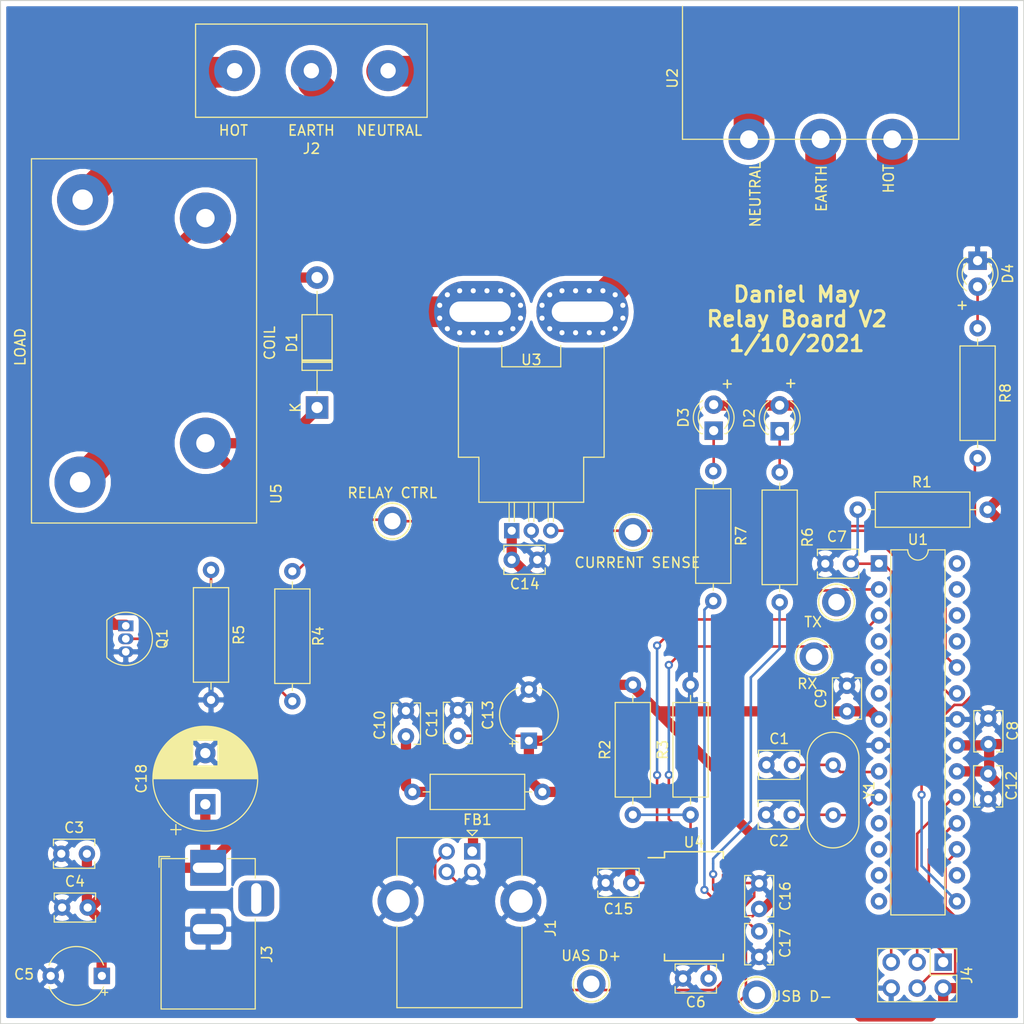
<source format=kicad_pcb>
(kicad_pcb (version 20171130) (host pcbnew "(5.1.8)-1")
  (layers (0 F.Cu signal) (31 B.Cu signal) (34 B.Paste user) (35 F.Paste user) (36 B.SilkS user) (37 F.SilkS user) (38 B.Mask user) (39 F.Mask user) (44 Edge.Cuts user))
  (net 0 "")
  (net 1 XTAL1)
  (net 2 ISP_GND)
  (net 3 XTAL2)
  (net 4 5V_Rail)
  (net 5 "Net-(C6-Pad2)")
  (net 6 "Net-(C10-Pad2)")
  (net 7 "Net-(D1-Pad2)")
  (net 8 "Net-(D2-Pad1)")
  (net 9 "Net-(D3-Pad1)")
  (net 10 "Net-(D4-Pad2)")
  (net 11 USB_D+)
  (net 12 USB_D-)
  (net 13 AC_Hot_OUT)
  (net 14 AC_Neutral_IN)
  (net 15 AC_Earth_IN)
  (net 16 "Net-(J3-PadMP)")
  (net 17 ISP_RST)
  (net 18 ISP_MOSI)
  (net 19 ISP_SCK)
  (net 20 ISP_MISO)
  (net 21 "Net-(Q1-Pad2)")
  (net 22 Relay_CTRL)
  (net 23 "Net-(R6-Pad2)")
  (net 24 "Net-(R7-Pad2)")
  (net 25 "Net-(R8-Pad2)")
  (net 26 "Net-(U1-Pad28)")
  (net 27 "Net-(U1-Pad14)")
  (net 28 "Net-(U1-Pad27)")
  (net 29 "Net-(U1-Pad13)")
  (net 30 "Net-(U1-Pad26)")
  (net 31 "Net-(U1-Pad12)")
  (net 32 "Net-(U1-Pad25)")
  (net 33 "Net-(U1-Pad11)")
  (net 34 Current_Sense)
  (net 35 "Net-(U1-Pad6)")
  (net 36 "Net-(U1-Pad5)")
  (net 37 "Net-(U1-Pad4)")
  (net 38 FTDI_UART_RX)
  (net 39 "Net-(U1-Pad16)")
  (net 40 FTDI_UART_TX)
  (net 41 AC_Hot_IN)
  (net 42 AC_Hot_Sense)
  (net 43 "Net-(U4-Pad28)")
  (net 44 "Net-(U4-Pad27)")
  (net 45 "Net-(U4-Pad14)")
  (net 46 "Net-(U4-Pad13)")
  (net 47 "Net-(U4-Pad12)")
  (net 48 "Net-(U4-Pad11)")
  (net 49 "Net-(U4-Pad10)")
  (net 50 "Net-(U4-Pad9)")
  (net 51 "Net-(U4-Pad6)")
  (net 52 "Net-(U4-Pad3)")
  (net 53 "Net-(U4-Pad2)")
  (net 54 "Net-(C17-Pad2)")
  (net 55 USB_VBUS_Rail)
  (module TestPoint:TestPoint_Keystone_5005-5009_Compact (layer F.Cu) (at 150.7617 93.9165)
    (fp_text reference "CURRENT SENSE" (at 0.4318 2.9591) (layer F.SilkS))
    (fp_text value TestPoint_Keystone_5005-5009_Compact)
    (pad 1 thru_hole circle (at 0 0) (size 2.8 2.8) (drill 1.6) (layers *.Cu *.Mask) (net 34 Current_Sense))
  )
  (module TestPoint:TestPoint_Keystone_5005-5009_Compact (layer F.Cu) (at 127.2413 92.8116)
    (fp_text reference "RELAY CTRL" (at 0 -2.75) (layer F.SilkS))
    (fp_text value TestPoint_Keystone_5005-5009_Compact)
    (pad 1 thru_hole circle (at 0 0) (size 2.8 2.8) (drill 1.6) (layers *.Cu *.Mask) (net 22 Relay_CTRL))
  )
  (module TestPoint:TestPoint_Keystone_5005-5009_Compact (layer F.Cu) (at 168.4528 106.0704)
    (fp_text reference RX (at -0.6604 2.6416) (layer F.SilkS))
    (fp_text value TestPoint_Keystone_5005-5009_Compact)
    (pad 1 thru_hole circle (at 0 0) (size 2.8 2.8) (drill 1.6) (layers *.Cu *.Mask) (net 38 FTDI_UART_RX))
  )
  (module TestPoint:TestPoint_Keystone_5005-5009_Compact (layer F.Cu) (at 170.6499 100.7237)
    (fp_text reference TX (at -2.286 1.9558) (layer F.SilkS))
    (fp_text value TestPoint_Keystone_5005-5009_Compact)
    (pad 1 thru_hole circle (at 0 0) (size 2.8 2.8) (drill 1.6) (layers *.Cu *.Mask) (net 40 FTDI_UART_TX))
  )
  (module TestPoint:TestPoint_Keystone_5005-5009_Compact (layer F.Cu) (at 162.8648 139.1158)
    (fp_text reference "USB D-" (at 4.3561 0.1524) (layer F.SilkS))
    (fp_text value TestPoint_Keystone_5005-5009_Compact)
    (pad 1 thru_hole circle (at 0 0) (size 2.8 2.8) (drill 1.6) (layers *.Cu *.Mask) (net 12 USB_D-))
  )
  (module TestPoint:TestPoint_Keystone_5005-5009_Compact (layer F.Cu) (at 146.685 138.0363)
    (fp_text reference "UAS D+" (at 0 -2.75) (layer F.SilkS))
    (fp_text value TestPoint_Keystone_5005-5009_Compact)
    (pad 1 thru_hole circle (at 0 0) (size 2.8 2.8) (drill 1.6) (layers *.Cu *.Mask) (net 11 USB_D+))
  )
  (module Capacitor_THT:CP_Radial_D10.0mm_P5.00mm (layer F.Cu) (at 108.966 120.4849 90)
    (fp_text reference C18 (at 2.5 -6.25 90) (layer F.SilkS))
    (fp_text value 1000uF)
    (pad 2 thru_hole circle (at 5 0 90) (size 2 2) (drill 1) (layers *.Cu *.Mask) (net 2 ISP_GND))
    (pad 1 thru_hole rect (at 0 0 90) (size 2 2) (drill 1) (layers *.Cu *.Mask) (net 4 5V_Rail))
  )
  (module Connector_USB:USB_B_Lumberg_2411_02_Horizontal (layer F.Cu) (at 135.0518 125.095 270)
    (fp_text reference J1 (at 7.5 -7.65 90) (layer F.SilkS))
    (fp_text value USB_B)
    (pad 5 thru_hole circle (at 4.86 -4.75) (size 4 4) (drill 2.3) (layers *.Cu *.Mask) (net 2 ISP_GND))
    (pad 5 thru_hole circle (at 4.86 7.25) (size 4 4) (drill 2.3) (layers *.Cu *.Mask) (net 2 ISP_GND))
    (pad 4 thru_hole circle (at 2 0) (size 1.6 1.6) (drill 0.95) (layers *.Cu *.Mask) (net 2 ISP_GND))
    (pad 3 thru_hole circle (at 2 2.5) (size 1.6 1.6) (drill 0.95) (layers *.Cu *.Mask) (net 11 USB_D+))
    (pad 2 thru_hole circle (at 0 2.5) (size 1.6 1.6) (drill 0.95) (layers *.Cu *.Mask) (net 12 USB_D-))
    (pad 1 thru_hole rect (at 0 0) (size 1.6 1.6) (drill 0.95) (layers *.Cu *.Mask) (net 6 "Net-(C10-Pad2)"))
  )
  (module Capacitor_THT:C_Disc_D3.8mm_W2.6mm_P2.50mm (layer F.Cu) (at 163.0934 135.4074 90)
    (fp_text reference C17 (at 1.3462 2.54 90) (layer F.SilkS))
    (fp_text value .1uF)
    (pad 2 thru_hole circle (at 2.5 0 90) (size 1.6 1.6) (drill 0.8) (layers *.Cu *.Mask) (net 54 "Net-(C17-Pad2)"))
    (pad 1 thru_hole circle (at 0 0 90) (size 1.6 1.6) (drill 0.8) (layers *.Cu *.Mask) (net 2 ISP_GND))
  )
  (module Capacitor_THT:C_Disc_D3.8mm_W2.6mm_P2.50mm (layer F.Cu) (at 172.0596 96.9772 180)
    (fp_text reference C7 (at 1.3716 2.6416) (layer F.SilkS))
    (fp_text value .1uF)
    (pad 2 thru_hole circle (at 2.5 0 180) (size 1.6 1.6) (drill 0.8) (layers *.Cu *.Mask) (net 2 ISP_GND))
    (pad 1 thru_hole circle (at 0 0 180) (size 1.6 1.6) (drill 0.8) (layers *.Cu *.Mask) (net 17 ISP_RST))
  )
  (module Custom_Footprints:IEC_Connector (layer F.Cu) (at 169.1005 55.499)
    (fp_text reference U2 (at -14.478 -5.969 90) (layer F.SilkS))
    (fp_text value IEC_Connector)
    (fp_text user NEUTRAL (at -6.38 5.39 90) (layer F.SilkS))
    (fp_text user EARTH (at 0.09 4.81 270) (layer F.SilkS))
    (fp_text user HOT (at 6.65 3.85 270) (layer F.SilkS))
    (pad 2 thru_hole circle (at 0 0) (size 4 4) (drill 1.75) (layers *.Cu *.Mask) (net 15 AC_Earth_IN))
    (pad 0 thru_hole circle (at 7 0) (size 4 4) (drill 1.75) (layers *.Cu *.Mask) (net 41 AC_Hot_IN))
    (pad 1 thru_hole circle (at -7 0) (size 4 4) (drill 1.75) (layers *.Cu *.Mask) (net 14 AC_Neutral_IN))
  )
  (module Crystal:Crystal_HC49-U_Vertical (layer F.Cu) (at 170.3197 116.6622 270)
    (fp_text reference Y1 (at 2.44 -3.525 90) (layer F.SilkS))
    (fp_text value 16MHz)
    (pad 2 thru_hole circle (at 4.88 0 270) (size 1.5 1.5) (drill 0.8) (layers *.Cu *.Mask) (net 3 XTAL2))
    (pad 1 thru_hole circle (at 0 0 270) (size 1.5 1.5) (drill 0.8) (layers *.Cu *.Mask) (net 1 XTAL1))
  )
  (module Custom_Footprints:ALF1P05 (layer F.Cu) (at 96.9772 89.0016 90)
    (fp_text reference U5 (at -1.143 18.923 90) (layer F.SilkS))
    (fp_text value ALF1P05)
    (fp_text user LOAD (at 13.208 -6.096 90) (layer F.SilkS))
    (fp_text user COIL (at 13.589 18.288 90) (layer F.SilkS))
    (pad 1 thru_hole circle (at 25.8 12 90) (size 5 5) (drill 1.8) (layers *.Cu *.Mask) (net 7 "Net-(D1-Pad2)"))
    (pad 0 thru_hole circle (at 3.8 12 90) (size 5 5) (drill 1.8) (layers *.Cu *.Mask) (net 4 5V_Rail))
    (pad 3 thru_hole circle (at 27.6 0 90) (size 5 5) (drill 2) (layers *.Cu *.Mask) (net 13 AC_Hot_OUT))
    (pad 2 thru_hole circle (at 0 -0.254 90) (size 5 5) (drill 2) (layers *.Cu *.Mask) (net 42 AC_Hot_Sense))
  )
  (module Package_SO:SSOP-28_5.3x10.2mm_P0.65mm (layer F.Cu) (at 156.718 130.4544)
    (fp_text reference U4 (at 0 -6.25) (layer F.SilkS))
    (fp_text value FT232RL)
    (pad 28 smd rect (at 3.6 -4.225) (size 1.75 0.45) (layers F.Cu F.Paste F.Mask) (net 43 "Net-(U4-Pad28)"))
    (pad 27 smd rect (at 3.6 -3.575) (size 1.75 0.45) (layers F.Cu F.Paste F.Mask) (net 44 "Net-(U4-Pad27)"))
    (pad 26 smd rect (at 3.6 -2.925) (size 1.75 0.45) (layers F.Cu F.Paste F.Mask) (net 2 ISP_GND))
    (pad 25 smd rect (at 3.6 -2.275) (size 1.75 0.45) (layers F.Cu F.Paste F.Mask) (net 2 ISP_GND))
    (pad 24 smd rect (at 3.6 -1.625) (size 1.75 0.45) (layers F.Cu F.Paste F.Mask))
    (pad 23 smd rect (at 3.6 -0.975) (size 1.75 0.45) (layers F.Cu F.Paste F.Mask) (net 23 "Net-(R6-Pad2)"))
    (pad 22 smd rect (at 3.6 -0.325) (size 1.75 0.45) (layers F.Cu F.Paste F.Mask) (net 24 "Net-(R7-Pad2)"))
    (pad 21 smd rect (at 3.6 0.325) (size 1.75 0.45) (layers F.Cu F.Paste F.Mask) (net 2 ISP_GND))
    (pad 20 smd rect (at 3.6 0.975) (size 1.75 0.45) (layers F.Cu F.Paste F.Mask) (net 55 USB_VBUS_Rail))
    (pad 19 smd rect (at 3.6 1.625) (size 1.75 0.45) (layers F.Cu F.Paste F.Mask) (net 54 "Net-(C17-Pad2)"))
    (pad 18 smd rect (at 3.6 2.275) (size 1.75 0.45) (layers F.Cu F.Paste F.Mask) (net 2 ISP_GND))
    (pad 17 smd rect (at 3.6 2.925) (size 1.75 0.45) (layers F.Cu F.Paste F.Mask) (net 5 "Net-(C6-Pad2)"))
    (pad 16 smd rect (at 3.6 3.575) (size 1.75 0.45) (layers F.Cu F.Paste F.Mask) (net 12 USB_D-))
    (pad 15 smd rect (at 3.6 4.225) (size 1.75 0.45) (layers F.Cu F.Paste F.Mask) (net 11 USB_D+))
    (pad 14 smd rect (at -3.6 4.225) (size 1.75 0.45) (layers F.Cu F.Paste F.Mask) (net 45 "Net-(U4-Pad14)"))
    (pad 13 smd rect (at -3.6 3.575) (size 1.75 0.45) (layers F.Cu F.Paste F.Mask) (net 46 "Net-(U4-Pad13)"))
    (pad 12 smd rect (at -3.6 2.925) (size 1.75 0.45) (layers F.Cu F.Paste F.Mask) (net 47 "Net-(U4-Pad12)"))
    (pad 11 smd rect (at -3.6 2.275) (size 1.75 0.45) (layers F.Cu F.Paste F.Mask) (net 48 "Net-(U4-Pad11)"))
    (pad 10 smd rect (at -3.6 1.625) (size 1.75 0.45) (layers F.Cu F.Paste F.Mask) (net 49 "Net-(U4-Pad10)"))
    (pad 9 smd rect (at -3.6 0.975) (size 1.75 0.45) (layers F.Cu F.Paste F.Mask) (net 50 "Net-(U4-Pad9)"))
    (pad 8 smd rect (at -3.6 0.325) (size 1.75 0.45) (layers F.Cu F.Paste F.Mask))
    (pad 7 smd rect (at -3.6 -0.325) (size 1.75 0.45) (layers F.Cu F.Paste F.Mask) (net 2 ISP_GND))
    (pad 6 smd rect (at -3.6 -0.975) (size 1.75 0.45) (layers F.Cu F.Paste F.Mask) (net 51 "Net-(U4-Pad6)"))
    (pad 5 smd rect (at -3.6 -1.625) (size 1.75 0.45) (layers F.Cu F.Paste F.Mask) (net 38 FTDI_UART_RX))
    (pad 4 smd rect (at -3.6 -2.275) (size 1.75 0.45) (layers F.Cu F.Paste F.Mask) (net 55 USB_VBUS_Rail))
    (pad 3 smd rect (at -3.6 -2.925) (size 1.75 0.45) (layers F.Cu F.Paste F.Mask) (net 52 "Net-(U4-Pad3)"))
    (pad 2 smd rect (at -3.6 -3.575) (size 1.75 0.45) (layers F.Cu F.Paste F.Mask) (net 53 "Net-(U4-Pad2)"))
    (pad 1 smd rect (at -3.6 -4.225) (size 1.75 0.45) (layers F.Cu F.Paste F.Mask) (net 40 FTDI_UART_TX))
  )
  (module Sensor_Current:Allegro_CB_PFF (layer F.Cu) (at 138.9126 93.7514)
    (fp_text reference U3 (at 1.91 -16.7) (layer F.SilkS))
    (fp_text value ACS756xCB-050B-PFF)
    (pad 5 thru_hole oval (at -3.09 -21.4) (size 9 6) (drill oval 6 2) (layers *.Cu *.Mask) (net 42 AC_Hot_Sense))
    (pad 4 thru_hole oval (at 6.91 -21.4) (size 9 6) (drill oval 6 2) (layers *.Cu *.Mask) (net 41 AC_Hot_IN))
    (pad 1 thru_hole rect (at 0 0) (size 1.5 1.5) (drill 0.8) (layers *.Cu *.Mask) (net 55 USB_VBUS_Rail))
    (pad 3 thru_hole circle (at 3.82 0) (size 1.5 1.5) (drill 0.8) (layers *.Cu *.Mask) (net 34 Current_Sense))
    (pad 2 thru_hole circle (at 1.91 0) (size 1.5 1.5) (drill 0.8) (layers *.Cu *.Mask) (net 2 ISP_GND))
    (pad 5 thru_hole oval (at 0.86 -22.03 295) (size 0.8 0.8) (drill 0.5) (layers *.Cu *.Mask) (net 42 AC_Hot_Sense))
    (pad 5 thru_hole oval (at 0.86 -20.77 65) (size 0.8 0.8) (drill 0.5) (layers *.Cu *.Mask) (net 42 AC_Hot_Sense))
    (pad 5 thru_hole circle (at 0.11 -19.74) (size 0.8 0.8) (drill 0.5) (layers *.Cu *.Mask) (net 42 AC_Hot_Sense))
    (pad 5 thru_hole circle (at 0.11 -23.06) (size 0.8 0.8) (drill 0.5) (layers *.Cu *.Mask) (net 42 AC_Hot_Sense))
    (pad 5 thru_hole circle (at -7.04 -22.03) (size 0.8 0.8) (drill 0.5) (layers *.Cu *.Mask) (net 42 AC_Hot_Sense))
    (pad 5 thru_hole circle (at -7.04 -20.77) (size 0.8 0.8) (drill 0.5) (layers *.Cu *.Mask) (net 42 AC_Hot_Sense))
    (pad 5 thru_hole circle (at -6.29 -19.74) (size 0.8 0.8) (drill 0.5) (layers *.Cu *.Mask) (net 42 AC_Hot_Sense))
    (pad 5 thru_hole circle (at -6.29 -23.06) (size 0.8 0.8) (drill 0.5) (layers *.Cu *.Mask) (net 42 AC_Hot_Sense))
    (pad 5 thru_hole circle (at -2.42 -19.35) (size 0.8 0.8) (drill 0.5) (layers *.Cu *.Mask) (net 42 AC_Hot_Sense))
    (pad 5 thru_hole circle (at -3.76 -19.35) (size 0.8 0.8) (drill 0.5) (layers *.Cu *.Mask) (net 42 AC_Hot_Sense))
    (pad 5 thru_hole circle (at -1.09 -19.35) (size 0.8 0.8) (drill 0.5) (layers *.Cu *.Mask) (net 42 AC_Hot_Sense))
    (pad 5 thru_hole circle (at -5.09 -19.35) (size 0.8 0.8) (drill 0.5) (layers *.Cu *.Mask) (net 42 AC_Hot_Sense))
    (pad 5 thru_hole circle (at -2.42 -23.45) (size 0.8 0.8) (drill 0.5) (layers *.Cu *.Mask) (net 42 AC_Hot_Sense))
    (pad 5 thru_hole circle (at -3.76 -23.45) (size 0.8 0.8) (drill 0.5) (layers *.Cu *.Mask) (net 42 AC_Hot_Sense))
    (pad 5 thru_hole circle (at -5.09 -23.45) (size 0.8 0.8) (drill 0.5) (layers *.Cu *.Mask) (net 42 AC_Hot_Sense))
    (pad 5 thru_hole circle (at -1.09 -23.45) (size 0.8 0.8) (drill 0.5) (layers *.Cu *.Mask) (net 42 AC_Hot_Sense))
    (pad 4 thru_hole circle (at 3.71 -19.74) (size 0.8 0.8) (drill 0.5) (layers *.Cu *.Mask) (net 41 AC_Hot_IN))
    (pad 4 thru_hole circle (at 3.71 -23.06) (size 0.8 0.8) (drill 0.5) (layers *.Cu *.Mask) (net 41 AC_Hot_IN))
    (pad 4 thru_hole oval (at 2.96 -20.77 295) (size 0.8 0.8) (drill 0.5) (layers *.Cu *.Mask) (net 41 AC_Hot_IN))
    (pad 4 thru_hole oval (at 2.96 -22.03 65) (size 0.8 0.8) (drill 0.5) (layers *.Cu *.Mask) (net 41 AC_Hot_IN))
    (pad 4 thru_hole circle (at 10.11 -19.74) (size 0.8 0.8) (drill 0.5) (layers *.Cu *.Mask) (net 41 AC_Hot_IN))
    (pad 4 thru_hole circle (at 10.11 -23.06) (size 0.8 0.8) (drill 0.5) (layers *.Cu *.Mask) (net 41 AC_Hot_IN))
    (pad 4 thru_hole circle (at 10.86 -22.03) (size 0.8 0.8) (drill 0.5) (layers *.Cu *.Mask) (net 41 AC_Hot_IN))
    (pad 4 thru_hole circle (at 8.91 -19.35) (size 0.8 0.8) (drill 0.5) (layers *.Cu *.Mask) (net 41 AC_Hot_IN))
    (pad 4 thru_hole circle (at 7.58 -19.35) (size 0.8 0.8) (drill 0.5) (layers *.Cu *.Mask) (net 41 AC_Hot_IN))
    (pad 4 thru_hole circle (at 6.24 -19.35) (size 0.8 0.8) (drill 0.5) (layers *.Cu *.Mask) (net 41 AC_Hot_IN))
    (pad 4 thru_hole circle (at 4.91 -19.35) (size 0.8 0.8) (drill 0.5) (layers *.Cu *.Mask) (net 41 AC_Hot_IN))
    (pad 4 thru_hole circle (at 8.91 -23.45) (size 0.8 0.8) (drill 0.5) (layers *.Cu *.Mask) (net 41 AC_Hot_IN))
    (pad 4 thru_hole circle (at 7.58 -23.45) (size 0.8 0.8) (drill 0.5) (layers *.Cu *.Mask) (net 41 AC_Hot_IN))
    (pad 4 thru_hole circle (at 6.24 -23.45) (size 0.8 0.8) (drill 0.5) (layers *.Cu *.Mask) (net 41 AC_Hot_IN))
    (pad 4 thru_hole circle (at 4.91 -23.45) (size 0.8 0.8) (drill 0.5) (layers *.Cu *.Mask) (net 41 AC_Hot_IN))
    (pad 4 thru_hole circle (at 10.86 -20.77) (size 0.8 0.8) (drill 0.5) (layers *.Cu *.Mask) (net 41 AC_Hot_IN))
  )
  (module Package_DIP:DIP-28_W7.62mm (layer F.Cu) (at 174.8028 96.9518)
    (fp_text reference U1 (at 3.81 -2.33) (layer F.SilkS))
    (fp_text value ATmega328P-PU)
    (pad 28 thru_hole oval (at 7.62 0) (size 1.6 1.6) (drill 0.8) (layers *.Cu *.Mask) (net 26 "Net-(U1-Pad28)"))
    (pad 14 thru_hole oval (at 0 33.02) (size 1.6 1.6) (drill 0.8) (layers *.Cu *.Mask) (net 27 "Net-(U1-Pad14)"))
    (pad 27 thru_hole oval (at 7.62 2.54) (size 1.6 1.6) (drill 0.8) (layers *.Cu *.Mask) (net 28 "Net-(U1-Pad27)"))
    (pad 13 thru_hole oval (at 0 30.48) (size 1.6 1.6) (drill 0.8) (layers *.Cu *.Mask) (net 29 "Net-(U1-Pad13)"))
    (pad 26 thru_hole oval (at 7.62 5.08) (size 1.6 1.6) (drill 0.8) (layers *.Cu *.Mask) (net 30 "Net-(U1-Pad26)"))
    (pad 12 thru_hole oval (at 0 27.94) (size 1.6 1.6) (drill 0.8) (layers *.Cu *.Mask) (net 31 "Net-(U1-Pad12)"))
    (pad 25 thru_hole oval (at 7.62 7.62) (size 1.6 1.6) (drill 0.8) (layers *.Cu *.Mask) (net 32 "Net-(U1-Pad25)"))
    (pad 11 thru_hole oval (at 0 25.4) (size 1.6 1.6) (drill 0.8) (layers *.Cu *.Mask) (net 33 "Net-(U1-Pad11)"))
    (pad 24 thru_hole oval (at 7.62 10.16) (size 1.6 1.6) (drill 0.8) (layers *.Cu *.Mask) (net 22 Relay_CTRL))
    (pad 10 thru_hole oval (at 0 22.86) (size 1.6 1.6) (drill 0.8) (layers *.Cu *.Mask) (net 3 XTAL2))
    (pad 23 thru_hole oval (at 7.62 12.7) (size 1.6 1.6) (drill 0.8) (layers *.Cu *.Mask) (net 34 Current_Sense))
    (pad 9 thru_hole oval (at 0 20.32) (size 1.6 1.6) (drill 0.8) (layers *.Cu *.Mask) (net 1 XTAL1))
    (pad 22 thru_hole oval (at 7.62 15.24) (size 1.6 1.6) (drill 0.8) (layers *.Cu *.Mask) (net 2 ISP_GND))
    (pad 8 thru_hole oval (at 0 17.78) (size 1.6 1.6) (drill 0.8) (layers *.Cu *.Mask) (net 2 ISP_GND))
    (pad 21 thru_hole oval (at 7.62 17.78) (size 1.6 1.6) (drill 0.8) (layers *.Cu *.Mask) (net 55 USB_VBUS_Rail))
    (pad 7 thru_hole oval (at 0 15.24) (size 1.6 1.6) (drill 0.8) (layers *.Cu *.Mask) (net 55 USB_VBUS_Rail))
    (pad 20 thru_hole oval (at 7.62 20.32) (size 1.6 1.6) (drill 0.8) (layers *.Cu *.Mask) (net 55 USB_VBUS_Rail))
    (pad 6 thru_hole oval (at 0 12.7) (size 1.6 1.6) (drill 0.8) (layers *.Cu *.Mask) (net 35 "Net-(U1-Pad6)"))
    (pad 19 thru_hole oval (at 7.62 22.86) (size 1.6 1.6) (drill 0.8) (layers *.Cu *.Mask) (net 19 ISP_SCK))
    (pad 5 thru_hole oval (at 0 10.16) (size 1.6 1.6) (drill 0.8) (layers *.Cu *.Mask) (net 36 "Net-(U1-Pad5)"))
    (pad 18 thru_hole oval (at 7.62 25.4) (size 1.6 1.6) (drill 0.8) (layers *.Cu *.Mask) (net 20 ISP_MISO))
    (pad 4 thru_hole oval (at 0 7.62) (size 1.6 1.6) (drill 0.8) (layers *.Cu *.Mask) (net 37 "Net-(U1-Pad4)"))
    (pad 17 thru_hole oval (at 7.62 27.94) (size 1.6 1.6) (drill 0.8) (layers *.Cu *.Mask) (net 18 ISP_MOSI))
    (pad 3 thru_hole oval (at 0 5.08) (size 1.6 1.6) (drill 0.8) (layers *.Cu *.Mask) (net 38 FTDI_UART_RX))
    (pad 16 thru_hole oval (at 7.62 30.48) (size 1.6 1.6) (drill 0.8) (layers *.Cu *.Mask) (net 39 "Net-(U1-Pad16)"))
    (pad 2 thru_hole oval (at 0 2.54) (size 1.6 1.6) (drill 0.8) (layers *.Cu *.Mask) (net 40 FTDI_UART_TX))
    (pad 15 thru_hole oval (at 7.62 33.02) (size 1.6 1.6) (drill 0.8) (layers *.Cu *.Mask) (net 25 "Net-(R8-Pad2)"))
    (pad 1 thru_hole rect (at 0 0) (size 1.6 1.6) (drill 0.8) (layers *.Cu *.Mask) (net 17 ISP_RST))
  )
  (module Resistor_THT:R_Axial_DIN0309_L9.0mm_D3.2mm_P12.70mm_Horizontal (layer F.Cu) (at 184.4421 73.9648 270)
    (fp_text reference R8 (at 6.35 -2.72 90) (layer F.SilkS))
    (fp_text value 470)
    (pad 2 thru_hole oval (at 12.7 0 270) (size 1.6 1.6) (drill 0.8) (layers *.Cu *.Mask) (net 25 "Net-(R8-Pad2)"))
    (pad 1 thru_hole circle (at 0 0 270) (size 1.6 1.6) (drill 0.8) (layers *.Cu *.Mask) (net 10 "Net-(D4-Pad2)"))
  )
  (module Resistor_THT:R_Axial_DIN0309_L9.0mm_D3.2mm_P12.70mm_Horizontal (layer F.Cu) (at 158.6103 87.9221 270)
    (fp_text reference R7 (at 6.35 -2.72 90) (layer F.SilkS))
    (fp_text value 220)
    (pad 2 thru_hole oval (at 12.7 0 270) (size 1.6 1.6) (drill 0.8) (layers *.Cu *.Mask) (net 24 "Net-(R7-Pad2)"))
    (pad 1 thru_hole circle (at 0 0 270) (size 1.6 1.6) (drill 0.8) (layers *.Cu *.Mask) (net 9 "Net-(D3-Pad1)"))
  )
  (module Resistor_THT:R_Axial_DIN0309_L9.0mm_D3.2mm_P12.70mm_Horizontal (layer F.Cu) (at 165.1 88.0491 270)
    (fp_text reference R6 (at 6.35 -2.72 90) (layer F.SilkS))
    (fp_text value 220)
    (pad 2 thru_hole oval (at 12.7 0 270) (size 1.6 1.6) (drill 0.8) (layers *.Cu *.Mask) (net 23 "Net-(R6-Pad2)"))
    (pad 1 thru_hole circle (at 0 0 270) (size 1.6 1.6) (drill 0.8) (layers *.Cu *.Mask) (net 8 "Net-(D2-Pad1)"))
  )
  (module Resistor_THT:R_Axial_DIN0309_L9.0mm_D3.2mm_P12.70mm_Horizontal (layer F.Cu) (at 109.5248 97.5868 270)
    (fp_text reference R5 (at 6.35 -2.72 90) (layer F.SilkS))
    (fp_text value 10K)
    (pad 2 thru_hole oval (at 12.7 0 270) (size 1.6 1.6) (drill 0.8) (layers *.Cu *.Mask) (net 2 ISP_GND))
    (pad 1 thru_hole circle (at 0 0 270) (size 1.6 1.6) (drill 0.8) (layers *.Cu *.Mask) (net 21 "Net-(Q1-Pad2)"))
  )
  (module Resistor_THT:R_Axial_DIN0309_L9.0mm_D3.2mm_P12.70mm_Horizontal (layer F.Cu) (at 117.475 110.4138 90)
    (fp_text reference R4 (at 6.35 2.54 90) (layer F.SilkS))
    (fp_text value 220)
    (pad 2 thru_hole oval (at 12.7 0 90) (size 1.6 1.6) (drill 0.8) (layers *.Cu *.Mask) (net 22 Relay_CTRL))
    (pad 1 thru_hole circle (at 0 0 90) (size 1.6 1.6) (drill 0.8) (layers *.Cu *.Mask) (net 21 "Net-(Q1-Pad2)"))
  )
  (module Resistor_THT:R_Axial_DIN0309_L9.0mm_D3.2mm_P12.70mm_Horizontal (layer F.Cu) (at 156.3878 121.5136 90)
    (fp_text reference R3 (at 6.35 -2.72 90) (layer F.SilkS))
    (fp_text value 10k)
    (pad 2 thru_hole oval (at 12.7 0 90) (size 1.6 1.6) (drill 0.8) (layers *.Cu *.Mask) (net 2 ISP_GND))
    (pad 1 thru_hole circle (at 0 0 90) (size 1.6 1.6) (drill 0.8) (layers *.Cu *.Mask) (net 54 "Net-(C17-Pad2)"))
  )
  (module Resistor_THT:R_Axial_DIN0309_L9.0mm_D3.2mm_P12.70mm_Horizontal (layer F.Cu) (at 150.749 121.5136 90)
    (fp_text reference R2 (at 6.35 -2.72 90) (layer F.SilkS))
    (fp_text value 4.7k)
    (pad 2 thru_hole oval (at 12.7 0 90) (size 1.6 1.6) (drill 0.8) (layers *.Cu *.Mask) (net 55 USB_VBUS_Rail))
    (pad 1 thru_hole circle (at 0 0 90) (size 1.6 1.6) (drill 0.8) (layers *.Cu *.Mask) (net 54 "Net-(C17-Pad2)"))
  )
  (module Resistor_THT:R_Axial_DIN0309_L9.0mm_D3.2mm_P12.70mm_Horizontal (layer F.Cu) (at 185.42 91.694 180)
    (fp_text reference R1 (at 6.4262 2.6924) (layer F.SilkS))
    (fp_text value 10k)
    (pad 2 thru_hole oval (at 12.7 0 180) (size 1.6 1.6) (drill 0.8) (layers *.Cu *.Mask) (net 17 ISP_RST))
    (pad 1 thru_hole circle (at 0 0 180) (size 1.6 1.6) (drill 0.8) (layers *.Cu *.Mask) (net 55 USB_VBUS_Rail))
  )
  (module Package_TO_SOT_THT:TO-92_Inline (layer F.Cu) (at 101.1936 103.0478 270)
    (fp_text reference Q1 (at 1.27 -3.56 90) (layer F.SilkS))
    (fp_text value BC337)
    (pad 1 thru_hole rect (at 0 0 270) (size 1.05 1.5) (drill 0.75) (layers *.Cu *.Mask) (net 7 "Net-(D1-Pad2)"))
    (pad 3 thru_hole oval (at 2.54 0 270) (size 1.05 1.5) (drill 0.75) (layers *.Cu *.Mask) (net 2 ISP_GND))
    (pad 2 thru_hole oval (at 1.27 0 270) (size 1.05 1.5) (drill 0.75) (layers *.Cu *.Mask) (net 21 "Net-(Q1-Pad2)"))
  )
  (module Connector_PinHeader_2.54mm:PinHeader_2x03_P2.54mm_Vertical (layer F.Cu) (at 181.0766 135.9154 270)
    (fp_text reference J4 (at 1.27 -2.33 90) (layer F.SilkS))
    (fp_text value Conn_02x03_Odd_Even)
    (pad 6 thru_hole oval (at 2.54 5.08 270) (size 1.7 1.7) (drill 1) (layers *.Cu *.Mask) (net 2 ISP_GND))
    (pad 5 thru_hole oval (at 0 5.08 270) (size 1.7 1.7) (drill 1) (layers *.Cu *.Mask) (net 17 ISP_RST))
    (pad 4 thru_hole oval (at 2.54 2.54 270) (size 1.7 1.7) (drill 1) (layers *.Cu *.Mask) (net 18 ISP_MOSI))
    (pad 3 thru_hole oval (at 0 2.54 270) (size 1.7 1.7) (drill 1) (layers *.Cu *.Mask) (net 19 ISP_SCK))
    (pad 2 thru_hole oval (at 2.54 0 270) (size 1.7 1.7) (drill 1) (layers *.Cu *.Mask) (net 55 USB_VBUS_Rail))
    (pad 1 thru_hole rect (at 0 0 270) (size 1.7 1.7) (drill 1) (layers *.Cu *.Mask) (net 20 ISP_MISO))
  )
  (module Custom_Footprints:BarrelJack_Horizontal (layer F.Cu) (at 109.2454 126.6952 90)
    (fp_text reference J3 (at -8.45 5.75 90) (layer F.SilkS))
    (fp_text value Barrel_Jack_MountingPin)
    (pad MP thru_hole roundrect (at -3 4.7 90) (size 3.5 3.5) (drill oval 3 1) (layers *.Cu *.Mask) (net 16 "Net-(J3-PadMP)"))
    (pad 2 thru_hole roundrect (at -6 0 90) (size 3 3.5) (drill oval 1 3) (layers *.Cu *.Mask) (net 2 ISP_GND))
    (pad 1 thru_hole rect (at 0 0 90) (size 3.5 3.5) (drill oval 1 3) (layers *.Cu *.Mask) (net 4 5V_Rail))
  )
  (module Custom_Footprints:Screw_Terminal_Pads (layer F.Cu) (at 119.3292 48.7934)
    (fp_text reference J2 (at 0.02 7.62) (layer F.SilkS))
    (fp_text value Screw_Terminal_01x03)
    (fp_text user NEUTRAL (at 7.62 5.842) (layer F.SilkS))
    (fp_text user EARTH (at 0 5.842) (layer F.SilkS))
    (fp_text user HOT (at -7.62 5.842) (layer F.SilkS))
    (pad 3 thru_hole circle (at -7.5 0) (size 4 4) (drill 1.5) (layers *.Cu *.Mask) (net 13 AC_Hot_OUT))
    (pad 2 thru_hole circle (at 7.5 0) (size 4 4) (drill 1.5) (layers *.Cu *.Mask) (net 14 AC_Neutral_IN))
    (pad 1 thru_hole circle (at 0 0) (size 4 4) (drill 1.5) (layers *.Cu *.Mask) (net 15 AC_Earth_IN))
  )
  (module Resistor_THT:R_Axial_DIN0309_L9.0mm_D3.2mm_P12.70mm_Horizontal (layer F.Cu) (at 141.9098 119.2784 180)
    (fp_text reference FB1 (at 6.35 -2.72) (layer F.SilkS))
    (fp_text value Ferrite_Bead)
    (pad 2 thru_hole oval (at 12.7 0 180) (size 1.6 1.6) (drill 0.8) (layers *.Cu *.Mask) (net 6 "Net-(C10-Pad2)"))
    (pad 1 thru_hole circle (at 0 0 180) (size 1.6 1.6) (drill 0.8) (layers *.Cu *.Mask) (net 55 USB_VBUS_Rail))
  )
  (module LED_THT:LED_D3.0mm (layer F.Cu) (at 184.4421 67.3608 270)
    (fp_text reference D4 (at 1.27 -2.96 90) (layer F.SilkS))
    (fp_text value LED)
    (pad 2 thru_hole circle (at 2.54 0 270) (size 1.8 1.8) (drill 0.9) (layers *.Cu *.Mask) (net 10 "Net-(D4-Pad2)"))
    (pad 1 thru_hole rect (at 0 0 270) (size 1.8 1.8) (drill 0.9) (layers *.Cu *.Mask) (net 2 ISP_GND))
  )
  (module LED_THT:LED_D3.0mm (layer F.Cu) (at 158.6484 83.9724 90)
    (fp_text reference D3 (at 1.27 -2.96 90) (layer F.SilkS))
    (fp_text value LED)
    (pad 2 thru_hole circle (at 2.54 0 90) (size 1.8 1.8) (drill 0.9) (layers *.Cu *.Mask) (net 55 USB_VBUS_Rail))
    (pad 1 thru_hole rect (at 0 0 90) (size 1.8 1.8) (drill 0.9) (layers *.Cu *.Mask) (net 9 "Net-(D3-Pad1)"))
  )
  (module LED_THT:LED_D3.0mm (layer F.Cu) (at 165.1 84.0359 90)
    (fp_text reference D2 (at 1.27 -2.96 90) (layer F.SilkS))
    (fp_text value LED)
    (pad 2 thru_hole circle (at 2.54 0 90) (size 1.8 1.8) (drill 0.9) (layers *.Cu *.Mask) (net 55 USB_VBUS_Rail))
    (pad 1 thru_hole rect (at 0 0 90) (size 1.8 1.8) (drill 0.9) (layers *.Cu *.Mask) (net 8 "Net-(D2-Pad1)"))
  )
  (module Diode_THT:D_DO-41_SOD81_P12.70mm_Horizontal (layer F.Cu) (at 119.888 81.7118 90)
    (fp_text reference D1 (at 6.35 -2.47 90) (layer F.SilkS))
    (fp_text value D)
    (fp_text user K (at 0 -2.1 90) (layer F.SilkS))
    (pad 2 thru_hole oval (at 12.7 0 90) (size 2.2 2.2) (drill 1.1) (layers *.Cu *.Mask) (net 7 "Net-(D1-Pad2)"))
    (pad 1 thru_hole rect (at 0 0 90) (size 2.2 2.2) (drill 1.1) (layers *.Cu *.Mask) (net 4 5V_Rail))
  )
  (module Capacitor_THT:C_Disc_D3.8mm_W2.6mm_P2.50mm (layer F.Cu) (at 163.0934 128.2192 270)
    (fp_text reference C16 (at 1.25 -2.55 90) (layer F.SilkS))
    (fp_text value .1uF)
    (pad 2 thru_hole circle (at 2.5 0 270) (size 1.6 1.6) (drill 0.8) (layers *.Cu *.Mask) (net 55 USB_VBUS_Rail))
    (pad 1 thru_hole circle (at 0 0 270) (size 1.6 1.6) (drill 0.8) (layers *.Cu *.Mask) (net 2 ISP_GND))
  )
  (module Capacitor_THT:C_Disc_D3.8mm_W2.6mm_P2.50mm (layer F.Cu) (at 150.5966 128.1684 180)
    (fp_text reference C15 (at 1.25 -2.55) (layer F.SilkS))
    (fp_text value .1uF)
    (pad 2 thru_hole circle (at 2.5 0 180) (size 1.6 1.6) (drill 0.8) (layers *.Cu *.Mask) (net 2 ISP_GND))
    (pad 1 thru_hole circle (at 0 0 180) (size 1.6 1.6) (drill 0.8) (layers *.Cu *.Mask) (net 55 USB_VBUS_Rail))
  )
  (module Capacitor_THT:C_Disc_D3.8mm_W2.6mm_P2.50mm (layer F.Cu) (at 138.9126 96.5962)
    (fp_text reference C14 (at 1.27 2.3622) (layer F.SilkS))
    (fp_text value .1uF)
    (pad 2 thru_hole circle (at 2.5 0) (size 1.6 1.6) (drill 0.8) (layers *.Cu *.Mask) (net 2 ISP_GND))
    (pad 1 thru_hole circle (at 0 0) (size 1.6 1.6) (drill 0.8) (layers *.Cu *.Mask) (net 55 USB_VBUS_Rail))
  )
  (module Capacitor_THT:CP_Radial_Tantal_D5.5mm_P5.00mm (layer F.Cu) (at 140.589 114.2746 90)
    (fp_text reference C13 (at 2.5 -4 90) (layer F.SilkS))
    (fp_text value 4.7uF)
    (pad 2 thru_hole circle (at 5 0 90) (size 1.6 1.6) (drill 0.8) (layers *.Cu *.Mask) (net 2 ISP_GND))
    (pad 1 thru_hole rect (at 0 0 90) (size 1.6 1.6) (drill 0.8) (layers *.Cu *.Mask) (net 55 USB_VBUS_Rail))
  )
  (module Capacitor_THT:C_Disc_D3.8mm_W2.6mm_P2.50mm (layer F.Cu) (at 185.4708 119.9896 90)
    (fp_text reference C12 (at 1.3208 2.286 90) (layer F.SilkS))
    (fp_text value .1uF)
    (pad 2 thru_hole circle (at 2.5 0 90) (size 1.6 1.6) (drill 0.8) (layers *.Cu *.Mask) (net 55 USB_VBUS_Rail))
    (pad 1 thru_hole circle (at 0 0 90) (size 1.6 1.6) (drill 0.8) (layers *.Cu *.Mask) (net 2 ISP_GND))
  )
  (module Capacitor_THT:C_Disc_D3.8mm_W2.6mm_P2.50mm (layer F.Cu) (at 133.6548 113.792 90)
    (fp_text reference C11 (at 1.25 -2.55 90) (layer F.SilkS))
    (fp_text value 100nF)
    (pad 2 thru_hole circle (at 2.5 0 90) (size 1.6 1.6) (drill 0.8) (layers *.Cu *.Mask) (net 2 ISP_GND))
    (pad 1 thru_hole circle (at 0 0 90) (size 1.6 1.6) (drill 0.8) (layers *.Cu *.Mask) (net 55 USB_VBUS_Rail))
  )
  (module Capacitor_THT:C_Disc_D3.8mm_W2.6mm_P2.50mm (layer F.Cu) (at 128.5748 111.3536 270)
    (fp_text reference C10 (at 1.397 2.5654 90) (layer F.SilkS))
    (fp_text value 10nF)
    (pad 2 thru_hole circle (at 2.5 0 270) (size 1.6 1.6) (drill 0.8) (layers *.Cu *.Mask) (net 6 "Net-(C10-Pad2)"))
    (pad 1 thru_hole circle (at 0 0 270) (size 1.6 1.6) (drill 0.8) (layers *.Cu *.Mask) (net 2 ISP_GND))
  )
  (module Capacitor_THT:C_Disc_D3.8mm_W2.6mm_P2.50mm (layer F.Cu) (at 171.6786 111.4044 90)
    (fp_text reference C9 (at 1.25 -2.55 90) (layer F.SilkS))
    (fp_text value .1uF)
    (pad 2 thru_hole circle (at 2.5 0 90) (size 1.6 1.6) (drill 0.8) (layers *.Cu *.Mask) (net 2 ISP_GND))
    (pad 1 thru_hole circle (at 0 0 90) (size 1.6 1.6) (drill 0.8) (layers *.Cu *.Mask) (net 55 USB_VBUS_Rail))
  )
  (module Capacitor_THT:C_Disc_D3.8mm_W2.6mm_P2.50mm (layer F.Cu) (at 185.4962 114.6048 90)
    (fp_text reference C8 (at 1.2954 2.3622 90) (layer F.SilkS))
    (fp_text value .1uF)
    (pad 2 thru_hole circle (at 2.5 0 90) (size 1.6 1.6) (drill 0.8) (layers *.Cu *.Mask) (net 2 ISP_GND))
    (pad 1 thru_hole circle (at 0 0 90) (size 1.6 1.6) (drill 0.8) (layers *.Cu *.Mask) (net 55 USB_VBUS_Rail))
  )
  (module Capacitor_THT:C_Disc_D3.8mm_W2.6mm_P2.50mm (layer F.Cu) (at 155.6512 137.5156)
    (fp_text reference C6 (at 1.2446 2.3114) (layer F.SilkS))
    (fp_text value 100nF)
    (pad 2 thru_hole circle (at 2.5 0) (size 1.6 1.6) (drill 0.8) (layers *.Cu *.Mask) (net 5 "Net-(C6-Pad2)"))
    (pad 1 thru_hole circle (at 0 0) (size 1.6 1.6) (drill 0.8) (layers *.Cu *.Mask) (net 2 ISP_GND))
  )
  (module Capacitor_THT:CP_Radial_Tantal_D5.5mm_P5.00mm (layer F.Cu) (at 98.8568 137.2616 180)
    (fp_text reference C5 (at 7.6073 0.1524) (layer F.SilkS))
    (fp_text value 4.7uF)
    (pad 2 thru_hole circle (at 5 0 180) (size 1.6 1.6) (drill 0.8) (layers *.Cu *.Mask) (net 2 ISP_GND))
    (pad 1 thru_hole rect (at 0 0 180) (size 1.6 1.6) (drill 0.8) (layers *.Cu *.Mask) (net 4 5V_Rail))
  )
  (module Capacitor_THT:C_Disc_D3.8mm_W2.6mm_P2.50mm (layer F.Cu) (at 94.9706 130.5814)
    (fp_text reference C4 (at 1.25 -2.55) (layer F.SilkS))
    (fp_text value 100nF)
    (pad 2 thru_hole circle (at 2.5 0) (size 1.6 1.6) (drill 0.8) (layers *.Cu *.Mask) (net 4 5V_Rail))
    (pad 1 thru_hole circle (at 0 0) (size 1.6 1.6) (drill 0.8) (layers *.Cu *.Mask) (net 2 ISP_GND))
  )
  (module Capacitor_THT:C_Disc_D3.8mm_W2.6mm_P2.50mm (layer F.Cu) (at 94.8944 125.3236)
    (fp_text reference C3 (at 1.25 -2.55) (layer F.SilkS))
    (fp_text value 10nF)
    (pad 2 thru_hole circle (at 2.5 0) (size 1.6 1.6) (drill 0.8) (layers *.Cu *.Mask) (net 4 5V_Rail))
    (pad 1 thru_hole circle (at 0 0) (size 1.6 1.6) (drill 0.8) (layers *.Cu *.Mask) (net 2 ISP_GND))
  )
  (module Capacitor_THT:C_Disc_D3.8mm_W2.6mm_P2.50mm (layer F.Cu) (at 166.2684 121.5136 180)
    (fp_text reference C2 (at 1.25 -2.55) (layer F.SilkS))
    (fp_text value 16pF)
    (pad 2 thru_hole circle (at 2.5 0 180) (size 1.6 1.6) (drill 0.8) (layers *.Cu *.Mask) (net 2 ISP_GND))
    (pad 1 thru_hole circle (at 0 0 180) (size 1.6 1.6) (drill 0.8) (layers *.Cu *.Mask) (net 3 XTAL2))
  )
  (module Capacitor_THT:C_Disc_D3.8mm_W2.6mm_P2.50mm (layer F.Cu) (at 163.8046 116.6368)
    (fp_text reference C1 (at 1.25 -2.55) (layer F.SilkS))
    (fp_text value 16pF)
    (pad 2 thru_hole circle (at 2.5 0) (size 1.6 1.6) (drill 0.8) (layers *.Cu *.Mask) (net 1 XTAL1))
    (pad 1 thru_hole circle (at 0 0) (size 1.6 1.6) (drill 0.8) (layers *.Cu *.Mask) (net 2 ISP_GND))
  )
  (gr_text + (at 159.9819 79.3369) (layer F.SilkS) (effects (font (size 1 1))))
  (gr_text + (at 166.1795 79.2861) (layer F.SilkS) (effects (font (size 1 1))))
  (gr_text + (at 182.9308 71.6534) (layer F.SilkS) (effects (font (size 1 1))))
  (gr_text "Daniel May\nRelay Board V2\n1/10/2021" (at 166.7764 73.0631) (layer F.SilkS) (effects (font (size 1.5 1.5) (thickness 0.3))))
  (gr_line (start 88.9508 141.9354) (end 188.9508 141.9354) (layer Edge.Cuts) (width 0.1))
  (gr_line (start 188.9508 41.9354) (end 188.9508 141.9354) (layer Edge.Cuts) (width 0.1))
  (gr_line (start 88.9508 41.9354) (end 188.9508 41.9354) (layer Edge.Cuts) (width 0.1))
  (gr_line (start 88.9508 41.9354) (end 88.9508 141.9354) (layer Edge.Cuts) (width 0.1))
  (segment (start 170.4848 116.6368) (end 170.561 116.713) (width 0.25) (layer F.Cu) (net 1))
  (segment (start 166.3046 116.6368) (end 170.3324 116.6368) (width 0.25) (layer F.Cu) (net 1))
  (segment (start 170.3324 116.6368) (end 171.0309 117.3353) (width 0.25) (layer F.Cu) (net 1))
  (segment (start 171.0309 117.3353) (end 175.0314 117.3353) (width 0.25) (layer F.Cu) (net 1))
  (segment (start 148.0966 128.1684) (end 150.0778 130.1496) (width 0.25) (layer F.Cu) (net 2))
  (segment (start 150.0778 130.1496) (end 152.9842 130.1496) (width 0.25) (layer F.Cu) (net 2))
  (segment (start 156.682998 130.1294) (end 159.293998 132.7404) (width 0.25) (layer F.Cu) (net 2))
  (segment (start 153.118 130.1294) (end 156.682998 130.1294) (width 0.25) (layer F.Cu) (net 2))
  (segment (start 159.293998 132.7404) (end 159.8676 132.7404) (width 0.25) (layer F.Cu) (net 2))
  (segment (start 160.318 128.1794) (end 160.318 127.6672) (width 0.25) (layer F.Cu) (net 2))
  (segment (start 160.318 128.1794) (end 162.4948 128.1794) (width 0.25) (layer F.Cu) (net 2))
  (segment (start 162.4948 128.1794) (end 162.6108 128.2954) (width 0.25) (layer F.Cu) (net 2))
  (segment (start 162.6108 129.521602) (end 161.322402 130.81) (width 0.25) (layer F.Cu) (net 2))
  (segment (start 162.6108 128.2954) (end 162.6108 129.521602) (width 0.25) (layer F.Cu) (net 2))
  (segment (start 161.322402 130.81) (end 160.8836 130.81) (width 0.25) (layer F.Cu) (net 2))
  (segment (start 140.8226 93.7514) (end 140.8226 94.5438) (width 0.25) (layer B.Cu) (net 2))
  (segment (start 140.8226 94.5438) (end 141.3256 95.0468) (width 0.25) (layer B.Cu) (net 2))
  (segment (start 166.2684 121.5136) (end 170.2943 121.5136) (width 0.25) (layer F.Cu) (net 3))
  (segment (start 170.3197 121.5422) (end 172.8946 121.5422) (width 0.25) (layer F.Cu) (net 3))
  (segment (start 172.8946 121.5422) (end 174.5234 119.9134) (width 0.25) (layer F.Cu) (net 3))
  (segment (start 108.9772 85.2016) (end 116.6014 85.2016) (width 1) (layer F.Cu) (net 4))
  (segment (start 116.6014 85.2016) (end 119.8626 81.9404) (width 1) (layer F.Cu) (net 4))
  (segment (start 109.2454 126.6952) (end 109.2454 126.4158) (width 1) (layer F.Cu) (net 4))
  (segment (start 113.3348 89.4842) (end 109.4486 85.598) (width 1) (layer F.Cu) (net 4))
  (segment (start 113.3348 102.0318) (end 113.3348 89.4842) (width 1) (layer F.Cu) (net 4))
  (segment (start 122.2502 110.9472) (end 113.3348 102.0318) (width 1) (layer F.Cu) (net 4))
  (segment (start 122.2502 113.411) (end 122.2502 110.9472) (width 1) (layer F.Cu) (net 4))
  (segment (start 109.2454 126.4158) (end 122.2502 113.411) (width 1) (layer F.Cu) (net 4))
  (segment (start 108.966 120.4849) (end 108.966 126.5301) (width 1) (layer F.Cu) (net 4))
  (segment (start 97.3944 125.3236) (end 97.3944 130.4779) (width 1) (layer F.Cu) (net 4))
  (segment (start 97.3944 130.4779) (end 98.8314 131.9149) (width 1) (layer F.Cu) (net 4))
  (segment (start 98.8314 131.9149) (end 98.8314 137.2235) (width 1) (layer F.Cu) (net 4))
  (segment (start 109.2454 126.6952) (end 101.6381 126.6952) (width 1) (layer F.Cu) (net 4))
  (segment (start 101.6381 126.6952) (end 97.8027 130.5306) (width 1) (layer F.Cu) (net 4))
  (segment (start 158.1512 134.511198) (end 159.210798 133.4516) (width 0.25) (layer F.Cu) (net 5))
  (segment (start 158.1512 137.5156) (end 158.1512 134.511198) (width 0.25) (layer F.Cu) (net 5))
  (segment (start 159.210798 133.4516) (end 159.766 133.4516) (width 0.25) (layer F.Cu) (net 5))
  (segment (start 128.5748 113.8536) (end 128.5748 118.7704) (width 1) (layer F.Cu) (net 6))
  (segment (start 128.5748 118.7704) (end 129.1082 119.3038) (width 0.25) (layer F.Cu) (net 6))
  (segment (start 129.2098 119.2784) (end 132.588 119.2784) (width 1) (layer F.Cu) (net 6))
  (segment (start 132.588 119.2784) (end 135.128 121.8184) (width 1) (layer F.Cu) (net 6))
  (segment (start 135.128 121.8184) (end 135.128 125.1966) (width 1) (layer F.Cu) (net 6))
  (segment (start 119.888 69.0118) (end 114.7572 69.0118) (width 1) (layer F.Cu) (net 7))
  (segment (start 114.7572 69.0118) (end 109.22 63.4746) (width 1) (layer F.Cu) (net 7))
  (segment (start 108.9772 63.2016) (end 92.2274 79.9514) (width 1) (layer F.Cu) (net 7))
  (segment (start 92.2274 95.078675) (end 100.094925 102.9462) (width 1) (layer F.Cu) (net 7))
  (segment (start 92.2274 79.9514) (end 92.2274 95.078675) (width 1) (layer F.Cu) (net 7))
  (segment (start 100.094925 102.9462) (end 101.1936 102.9462) (width 1) (layer F.Cu) (net 7))
  (segment (start 165.1 84.0359) (end 165.1 87.8586) (width 0.25) (layer F.Cu) (net 8))
  (segment (start 165.1 87.8586) (end 165.227 87.9856) (width 0.25) (layer F.Cu) (net 8))
  (segment (start 158.6484 83.9724) (end 158.6484 87.9094) (width 0.25) (layer F.Cu) (net 9))
  (segment (start 158.6484 87.9094) (end 158.6611 87.9221) (width 0.25) (layer F.Cu) (net 9))
  (segment (start 184.4421 69.9008) (end 184.4421 74.0029) (width 0.25) (layer F.Cu) (net 10))
  (segment (start 158.691201 138.640601) (end 160.2994 137.032402) (width 0.25) (layer F.Cu) (net 11))
  (segment (start 132.5518 127.095) (end 144.097401 138.640601) (width 0.25) (layer F.Cu) (net 11))
  (segment (start 160.2994 137.032402) (end 160.2994 134.8486) (width 0.25) (layer F.Cu) (net 11))
  (segment (start 144.097401 138.640601) (end 145.651001 138.640601) (width 0.25) (layer F.Cu) (net 11))
  (segment (start 158.691201 138.640601) (end 147.579299 138.640601) (width 0.25) (layer F.Cu) (net 11))
  (segment (start 147.579299 138.640601) (end 147.4216 138.7983) (width 0.25) (layer F.Cu) (net 11))
  (segment (start 131.426799 126.220001) (end 131.426799 134.373199) (width 0.25) (layer F.Cu) (net 12))
  (segment (start 132.5518 125.095) (end 131.426799 126.220001) (width 0.25) (layer F.Cu) (net 12))
  (segment (start 160.2359 140.6779) (end 137.7315 140.6779) (width 0.25) (layer F.Cu) (net 12))
  (segment (start 161.798 139.1158) (end 160.2359 140.6779) (width 0.25) (layer F.Cu) (net 12))
  (segment (start 161.798 134.474398) (end 161.798 139.1158) (width 0.25) (layer F.Cu) (net 12))
  (segment (start 161.453001 134.129399) (end 161.798 134.474398) (width 0.25) (layer F.Cu) (net 12))
  (segment (start 161.0106 134.129399) (end 161.453001 134.129399) (width 0.25) (layer F.Cu) (net 12))
  (segment (start 136.0424 138.9888) (end 136.144211 139.090611) (width 0.25) (layer F.Cu) (net 12))
  (segment (start 137.7315 140.6779) (end 136.0424 138.9888) (width 0.25) (layer F.Cu) (net 12))
  (segment (start 131.426799 134.373199) (end 136.0424 138.9888) (width 0.25) (layer F.Cu) (net 12))
  (segment (start 96.9772 61.4016) (end 109.433 48.9458) (width 3) (layer F.Cu) (net 13))
  (segment (start 109.433 48.9458) (end 111.6076 48.9458) (width 3) (layer F.Cu) (net 13))
  (segment (start 162.1005 55.499) (end 162.1005 51.2295) (width 3) (layer F.Cu) (net 14))
  (segment (start 159.7152 48.8442) (end 126.1999 48.8442) (width 3) (layer F.Cu) (net 14))
  (segment (start 162.1005 51.2295) (end 159.7152 48.8442) (width 3) (layer F.Cu) (net 14))
  (segment (start 169.1005 55.499) (end 169.1005 60.1218) (width 3) (layer F.Cu) (net 15))
  (segment (start 169.1005 60.1218) (end 167.6019 61.6204) (width 3) (layer F.Cu) (net 15))
  (segment (start 167.6019 61.6204) (end 155.6893 61.6204) (width 3) (layer F.Cu) (net 15))
  (segment (start 155.6893 61.6204) (end 149.225 55.1561) (width 3) (layer F.Cu) (net 15))
  (segment (start 149.225 55.1561) (end 124.714 55.1561) (width 3) (layer F.Cu) (net 15))
  (segment (start 124.714 55.1561) (end 119.4943 49.9364) (width 3) (layer F.Cu) (net 15))
  (segment (start 175.9966 135.9154) (end 175.9966 97.7392) (width 0.25) (layer F.Cu) (net 17))
  (segment (start 175.9966 97.7392) (end 175.2346 96.9772) (width 0.25) (layer F.Cu) (net 17))
  (segment (start 172.0596 96.9772) (end 174.371 96.9772) (width 0.25) (layer F.Cu) (net 17))
  (segment (start 172.72 91.694) (end 172.72 96.012) (width 0.25) (layer B.Cu) (net 17))
  (segment (start 172.72 96.012) (end 172.1104 96.6216) (width 0.25) (layer B.Cu) (net 17))
  (segment (start 182.251601 131.465603) (end 181.297799 130.511801) (width 0.25) (layer F.Cu) (net 18))
  (segment (start 182.251601 137.025401) (end 182.251601 131.465603) (width 0.25) (layer F.Cu) (net 18))
  (segment (start 182.186601 137.090401) (end 182.251601 137.025401) (width 0.25) (layer F.Cu) (net 18))
  (segment (start 181.297799 130.511801) (end 181.297799 126.270801) (width 0.25) (layer F.Cu) (net 18))
  (segment (start 179.901599 137.090401) (end 182.186601 137.090401) (width 0.25) (layer F.Cu) (net 18))
  (segment (start 178.5366 138.4554) (end 179.901599 137.090401) (width 0.25) (layer F.Cu) (net 18))
  (segment (start 181.297799 126.270801) (end 182.4482 125.1204) (width 0.25) (layer F.Cu) (net 18))
  (segment (start 178.5366 135.9154) (end 178.5366 123.3678) (width 0.25) (layer F.Cu) (net 19))
  (segment (start 178.5366 123.3678) (end 182.118 119.7864) (width 0.25) (layer F.Cu) (net 19))
  (segment (start 181.0766 135.9154) (end 181.0766 134.9756) (width 0.25) (layer F.Cu) (net 20))
  (segment (start 181.0766 134.9756) (end 179.6796 133.5786) (width 0.25) (layer F.Cu) (net 20))
  (segment (start 179.6796 133.5786) (end 179.6796 124.8918) (width 0.25) (layer F.Cu) (net 20))
  (segment (start 179.6796 124.8918) (end 182.1688 122.4026) (width 0.25) (layer F.Cu) (net 20))
  (segment (start 109.5248 102.5652) (end 117.2464 110.2868) (width 0.25) (layer F.Cu) (net 21))
  (segment (start 107.6706 104.3178) (end 109.5248 102.4636) (width 0.25) (layer F.Cu) (net 21))
  (segment (start 101.1936 104.3178) (end 107.6706 104.3178) (width 0.25) (layer F.Cu) (net 21))
  (segment (start 109.5248 102.4636) (end 109.5248 102.5652) (width 0.25) (layer F.Cu) (net 21))
  (segment (start 109.5248 97.5868) (end 109.5248 102.4636) (width 0.25) (layer F.Cu) (net 21))
  (segment (start 181.297799 100.625387) (end 173.973802 93.30139) (width 0.25) (layer F.Cu) (net 22))
  (segment (start 181.297799 105.986799) (end 181.297799 100.625387) (width 0.25) (layer F.Cu) (net 22))
  (segment (start 182.4228 107.1118) (end 181.297799 105.986799) (width 0.25) (layer F.Cu) (net 22))
  (segment (start 122.944201 92.676399) (end 117.9068 97.7138) (width 0.25) (layer F.Cu) (net 22))
  (segment (start 122.944201 92.676399) (end 125.874199 92.676399) (width 0.25) (layer F.Cu) (net 22))
  (segment (start 125.874199 92.676399) (end 125.9332 92.7354) (width 0.25) (layer F.Cu) (net 22))
  (segment (start 128.405201 92.676399) (end 128.3716 92.71) (width 0.25) (layer F.Cu) (net 22))
  (segment (start 173.973802 93.30139) (end 171.66039 93.30139) (width 0.25) (layer F.Cu) (net 22))
  (segment (start 171.66039 93.30139) (end 168.5163 90.1573) (width 0.25) (layer F.Cu) (net 22))
  (segment (start 168.5163 90.1573) (end 134.366 90.1573) (width 0.25) (layer F.Cu) (net 22))
  (segment (start 134.366 90.1573) (end 131.699 92.8243) (width 0.25) (layer F.Cu) (net 22))
  (segment (start 131.699 92.8243) (end 127.5334 92.8243) (width 0.25) (layer F.Cu) (net 22))
  (via (at 158.5976 127.3175) (size 0.8) (drill 0.4) (layers F.Cu B.Cu) (net 23))
  (segment (start 158.5976 128.794002) (end 159.229298 129.4257) (width 0.25) (layer F.Cu) (net 23))
  (segment (start 158.5976 127.3175) (end 158.5976 128.794002) (width 0.25) (layer F.Cu) (net 23))
  (segment (start 159.229298 129.4257) (end 159.7533 129.4257) (width 0.25) (layer F.Cu) (net 23))
  (segment (start 158.5976 127.3175) (end 158.5976 126.3015) (width 0.25) (layer B.Cu) (net 23))
  (segment (start 158.5976 126.3015) (end 158.5976 125.8062) (width 0.25) (layer B.Cu) (net 23))
  (segment (start 158.5976 125.8062) (end 162.2806 122.1232) (width 0.25) (layer B.Cu) (net 23))
  (segment (start 162.2806 122.1232) (end 162.2806 108.0897) (width 0.25) (layer B.Cu) (net 23))
  (segment (start 162.2806 108.0897) (end 165.0873 105.283) (width 0.25) (layer B.Cu) (net 23))
  (segment (start 165.0873 105.283) (end 165.0873 100.9142) (width 0.25) (layer B.Cu) (net 23))
  (via (at 157.7467 128.8542) (size 0.8) (drill 0.4) (layers F.Cu B.Cu) (net 24))
  (segment (start 157.7467 128.8542) (end 159.0802 130.1877) (width 0.25) (layer F.Cu) (net 24))
  (segment (start 159.0802 130.1877) (end 159.7279 130.1877) (width 0.25) (layer F.Cu) (net 24))
  (segment (start 157.7467 128.8542) (end 157.7467 101.473) (width 0.25) (layer B.Cu) (net 24))
  (segment (start 157.7467 101.473) (end 158.4071 100.8126) (width 0.25) (layer B.Cu) (net 24))
  (via (at 178.9684 119.5578) (size 0.8) (drill 0.4) (layers F.Cu B.Cu) (net 25))
  (segment (start 178.9684 126.5174) (end 178.9684 119.5578) (width 0.25) (layer B.Cu) (net 25))
  (segment (start 182.4228 129.9718) (end 178.9684 126.5174) (width 0.25) (layer B.Cu) (net 25))
  (segment (start 182.962801 110.776801) (end 184.1754 109.564202) (width 0.25) (layer F.Cu) (net 25))
  (segment (start 182.172797 110.776801) (end 182.962801 110.776801) (width 0.25) (layer F.Cu) (net 25))
  (segment (start 178.9684 113.981198) (end 182.172797 110.776801) (width 0.25) (layer F.Cu) (net 25))
  (segment (start 178.9684 119.5578) (end 178.9684 113.981198) (width 0.25) (layer F.Cu) (net 25))
  (segment (start 184.1754 109.564202) (end 184.1754 86.8934) (width 0.25) (layer F.Cu) (net 25))
  (segment (start 173.787402 93.7514) (end 177.1142 97.078198) (width 0.25) (layer F.Cu) (net 34))
  (segment (start 177.1142 97.078198) (end 177.1142 105.1814) (width 0.25) (layer F.Cu) (net 34))
  (segment (start 177.1142 105.1814) (end 181.9402 110.0074) (width 0.25) (layer F.Cu) (net 34))
  (segment (start 173.787402 93.7514) (end 151.1173 93.7514) (width 0.25) (layer F.Cu) (net 34))
  (segment (start 151.1173 93.7514) (end 150.9776 93.8911) (width 0.25) (layer F.Cu) (net 34))
  (segment (start 142.7326 93.7514) (end 150.7236 93.7514) (width 0.25) (layer F.Cu) (net 34))
  (segment (start 154.243 128.8294) (end 154.7495 128.3229) (width 0.25) (layer F.Cu) (net 38))
  (segment (start 153.118 128.8294) (end 154.243 128.8294) (width 0.25) (layer F.Cu) (net 38))
  (segment (start 154.7495 122.4153) (end 154.2669 121.9327) (width 0.25) (layer F.Cu) (net 38))
  (segment (start 154.7495 128.3229) (end 154.7495 122.4153) (width 0.25) (layer F.Cu) (net 38))
  (segment (start 154.2669 121.9327) (end 154.2669 117.6147) (width 0.25) (layer F.Cu) (net 38))
  (segment (start 154.2669 117.6147) (end 154.2669 117.6147) (width 0.25) (layer F.Cu) (net 38))
  (via (at 154.2669 117.6147) (size 0.8) (drill 0.4) (layers F.Cu B.Cu) (net 38))
  (segment (start 154.2669 117.6147) (end 154.2669 106.8705) (width 0.25) (layer B.Cu) (net 38))
  (segment (start 154.2669 106.8705) (end 154.2669 106.8705) (width 0.25) (layer B.Cu) (net 38))
  (via (at 154.2669 106.8705) (size 0.8) (drill 0.4) (layers F.Cu B.Cu) (net 38))
  (segment (start 154.2669 106.8705) (end 156.0703 105.0671) (width 0.25) (layer F.Cu) (net 38))
  (segment (start 171.8564 105.0671) (end 174.7139 102.2096) (width 0.25) (layer F.Cu) (net 38))
  (segment (start 156.0703 105.0671) (end 168.0337 105.0671) (width 0.25) (layer F.Cu) (net 38))
  (segment (start 171.8564 105.0671) (end 168.9735 105.0671) (width 0.25) (layer F.Cu) (net 38))
  (segment (start 168.9735 105.0671) (end 168.9608 105.0798) (width 0.25) (layer F.Cu) (net 38))
  (segment (start 153.118 126.2294) (end 153.118 117.6342) (width 0.25) (layer F.Cu) (net 40))
  (segment (start 153.118 117.6342) (end 153.118 117.6342) (width 0.25) (layer F.Cu) (net 40))
  (via (at 153.118 117.6342) (size 0.8) (drill 0.4) (layers F.Cu B.Cu) (net 40))
  (segment (start 153.118 117.6342) (end 153.118 104.9723) (width 0.25) (layer B.Cu) (net 40))
  (segment (start 153.118 104.9723) (end 153.118 104.9723) (width 0.25) (layer B.Cu) (net 40))
  (via (at 153.118 104.9723) (size 0.8) (drill 0.4) (layers F.Cu B.Cu) (net 40))
  (segment (start 153.118 104.9723) (end 155.6648 102.4255) (width 0.25) (layer F.Cu) (net 40))
  (segment (start 155.6648 102.4255) (end 166.243 102.4255) (width 0.25) (layer F.Cu) (net 40))
  (segment (start 166.243 102.4255) (end 169.0751 99.5934) (width 0.25) (layer F.Cu) (net 40))
  (segment (start 169.0751 99.5934) (end 170.5356 99.5934) (width 0.25) (layer F.Cu) (net 40))
  (segment (start 174.8028 99.4918) (end 170.688 99.4918) (width 0.25) (layer F.Cu) (net 40))
  (segment (start 176.1005 55.499) (end 176.1005 62.9516) (width 3) (layer F.Cu) (net 41))
  (segment (start 152.6794 66.1797) (end 146.9136 71.9455) (width 3) (layer F.Cu) (net 41))
  (segment (start 172.8724 66.1797) (end 152.6794 66.1797) (width 3) (layer F.Cu) (net 41))
  (segment (start 176.1005 62.9516) (end 172.8724 66.1797) (width 3) (layer F.Cu) (net 41))
  (segment (start 135.8226 72.3514) (end 127.8768 72.3514) (width 3) (layer F.Cu) (net 42))
  (segment (start 127.8768 72.3514) (end 124.206 76.0222) (width 3) (layer F.Cu) (net 42))
  (segment (start 109.7026 76.0222) (end 110.1344 76.0222) (width 3) (layer F.Cu) (net 42))
  (segment (start 96.7232 89.0016) (end 109.7026 76.0222) (width 3) (layer F.Cu) (net 42))
  (segment (start 110.1344 76.0222) (end 109.982 76.0222) (width 0.25) (layer F.Cu) (net 42))
  (segment (start 124.206 76.0222) (end 110.1344 76.0222) (width 3) (layer F.Cu) (net 42))
  (segment (start 160.318 132.0794) (end 162.0768 132.0794) (width 0.25) (layer F.Cu) (net 54))
  (segment (start 162.0768 132.0794) (end 163.068 133.0706) (width 0.25) (layer F.Cu) (net 54))
  (segment (start 156.3878 129.184202) (end 159.207398 132.0038) (width 0.25) (layer F.Cu) (net 54))
  (segment (start 156.3878 121.5136) (end 156.3878 129.184202) (width 0.25) (layer F.Cu) (net 54))
  (segment (start 150.749 121.5136) (end 156.2608 121.5136) (width 0.25) (layer B.Cu) (net 54))
  (segment (start 159.207398 132.0038) (end 159.8041 132.0038) (width 0.25) (layer F.Cu) (net 54))
  (segment (start 150.5966 128.1684) (end 153.0096 128.1684) (width 0.25) (layer F.Cu) (net 55))
  (segment (start 160.318 131.4294) (end 162.4486 131.4294) (width 0.25) (layer F.Cu) (net 55))
  (segment (start 162.4486 131.4294) (end 163.068 130.81) (width 0.25) (layer F.Cu) (net 55))
  (segment (start 150.749 108.8136) (end 149.0218 108.8136) (width 1) (layer F.Cu) (net 55))
  (segment (start 140.589 114.2746) (end 143.5608 114.2746) (width 1) (layer F.Cu) (net 55))
  (segment (start 165.1762 129.0574) (end 163.3728 130.8608) (width 1) (layer F.Cu) (net 55))
  (segment (start 159.131 120.2182) (end 159.131 117.3734) (width 1) (layer F.Cu) (net 55))
  (segment (start 159.131 117.3734) (end 153.162 111.4044) (width 1) (layer F.Cu) (net 55))
  (segment (start 165.1508 126.238) (end 159.131 120.2182) (width 1) (layer F.Cu) (net 55))
  (segment (start 165.1762 126.238) (end 165.1508 126.238) (width 1) (layer F.Cu) (net 55))
  (segment (start 165.1762 126.238) (end 165.1762 129.0574) (width 1) (layer F.Cu) (net 55))
  (segment (start 141.9098 119.2784) (end 144.653 119.2784) (width 1) (layer F.Cu) (net 55))
  (segment (start 150.495 125.1204) (end 150.495 128.27) (width 1) (layer F.Cu) (net 55))
  (segment (start 144.653 119.2784) (end 150.495 125.1204) (width 1) (layer F.Cu) (net 55))
  (segment (start 174.0154 111.4044) (end 174.9044 112.2934) (width 1) (layer F.Cu) (net 55))
  (segment (start 153.162 111.4044) (end 150.7236 108.966) (width 1) (layer F.Cu) (net 55))
  (segment (start 174.0154 111.4044) (end 153.162 111.4044) (width 1) (layer F.Cu) (net 55))
  (segment (start 140.589 114.2746) (end 140.589 118.0338) (width 1) (layer F.Cu) (net 55))
  (segment (start 140.589 118.0338) (end 141.8844 119.3292) (width 1) (layer F.Cu) (net 55))
  (segment (start 182.4228 114.7318) (end 184.8866 114.7318) (width 1) (layer F.Cu) (net 55))
  (segment (start 182.4228 117.2718) (end 184.8104 117.2718) (width 1) (layer F.Cu) (net 55))
  (segment (start 182.626 138.4554) (end 187.8838 133.1976) (width 1) (layer F.Cu) (net 55))
  (segment (start 187.8838 119.9642) (end 185.5724 117.6528) (width 1) (layer F.Cu) (net 55))
  (segment (start 187.8838 133.1976) (end 187.8838 119.9642) (width 1) (layer F.Cu) (net 55))
  (segment (start 181.0766 138.4554) (end 182.626 138.4554) (width 1) (layer F.Cu) (net 55))
  (segment (start 185.5724 117.6528) (end 185.5724 114.9604) (width 1) (layer F.Cu) (net 55))
  (segment (start 138.9126 93.7514) (end 138.9126 96.4946) (width 1) (layer F.Cu) (net 55))
  (segment (start 145.98015 103.56215) (end 145.98015 111.85525) (width 1) (layer F.Cu) (net 55))
  (segment (start 138.9126 96.4946) (end 145.98015 103.56215) (width 1) (layer F.Cu) (net 55))
  (segment (start 145.98015 111.85525) (end 149.0218 108.8136) (width 1) (layer F.Cu) (net 55))
  (segment (start 143.5608 114.2746) (end 145.98015 111.85525) (width 1) (layer F.Cu) (net 55))
  (segment (start 185.4962 114.6048) (end 187.2107 114.6048) (width 1) (layer F.Cu) (net 55))
  (segment (start 187.8457 94.0181) (end 185.7883 91.9607) (width 1) (layer F.Cu) (net 55))
  (segment (start 187.8457 113.9698) (end 187.8457 94.0181) (width 1) (layer F.Cu) (net 55))
  (segment (start 187.2107 114.6048) (end 187.8457 113.9698) (width 1) (layer F.Cu) (net 55))
  (segment (start 185.42 91.694) (end 187.3758 89.7382) (width 1) (layer F.Cu) (net 55))
  (segment (start 187.3758 89.7382) (end 187.3758 84.7344) (width 1) (layer F.Cu) (net 55))
  (segment (start 187.3758 84.7344) (end 184.1627 81.5213) (width 1) (layer F.Cu) (net 55))
  (segment (start 181.0766 138.4554) (end 181.0766 139.9921) (width 1) (layer F.Cu) (net 55))
  (segment (start 168.9608 137.1981) (end 168.9608 132.842) (width 1) (layer F.Cu) (net 55))
  (segment (start 168.9608 132.842) (end 165.1762 129.0574) (width 1) (layer F.Cu) (net 55))
  (segment (start 172.9867 141.224) (end 168.9608 137.1981) (width 1) (layer F.Cu) (net 55))
  (segment (start 179.8447 141.224) (end 172.9867 141.224) (width 1) (layer F.Cu) (net 55))
  (segment (start 181.0766 139.9921) (end 179.8447 141.224) (width 1) (layer F.Cu) (net 55))
  (segment (start 184.1627 81.5213) (end 158.6611 81.5213) (width 1) (layer F.Cu) (net 55))
  (segment (start 133.6548 113.792) (end 140.0048 113.792) (width 0.25) (layer F.Cu) (net 55))
  (segment (start 140.0048 113.792) (end 140.4747 114.2619) (width 0.25) (layer F.Cu) (net 55))
  (zone (net 2) (net_name ISP_GND) (layer B.Cu) (connect_pads (clearance 0.508)) (min_thickness 0.254) (fill yes (arc_segments 32) (thermal_gap 0.508) (thermal_bridge_width 0.508))
    (polygon (pts (xy 188.9379 41.9481) (xy 188.9379 141.9225) (xy 88.9635 141.9225) (xy 88.9508 41.9354)))
  )
)
</source>
